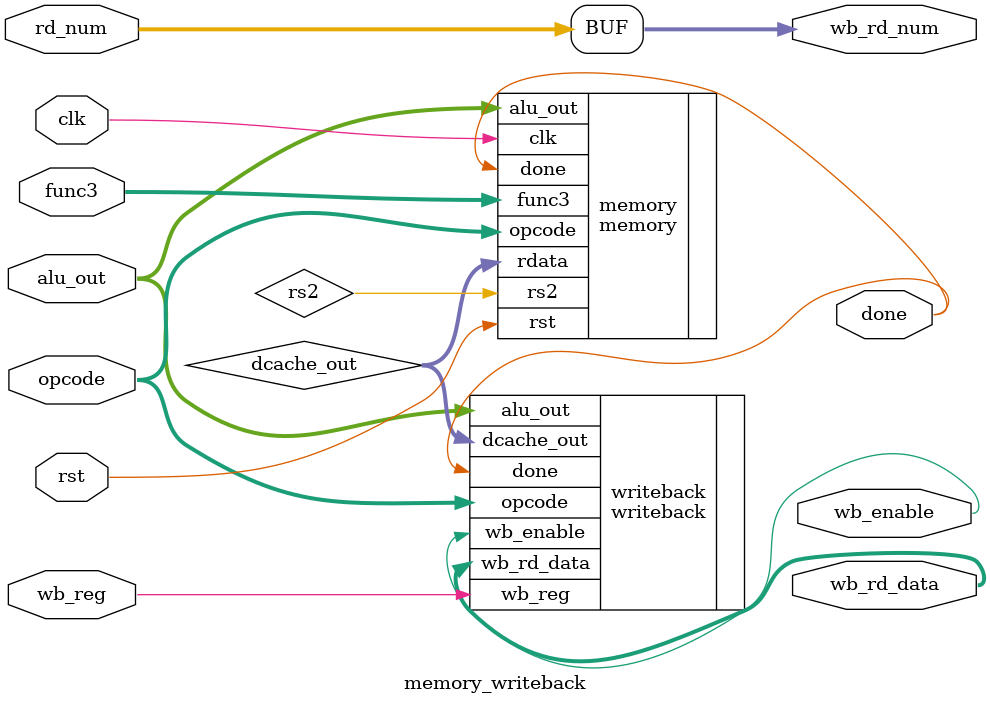
<source format=v>
module memory_writeback
(
	input clk,
	input rst,
	
	// from decode_execute
	input [6 : 0] opcode,
	input [2 : 0] func3,
	input wb_reg,
	input [4 : 0] rd_num,
	input [31 : 0] alu_out,

	// to regfile
	output wb_enable,
	output [4 : 0] wb_rd_num,
	output [31 : 0] wb_rd_data,

	// contoroller
	output done
);

	wire [6 : 0] opcode;
	wire [2 : 0] func3;
	wire [31 : 0] dcache_out;

	assign wb_rd_num = rd_num;

	memory memory (
		.clk(clk), .rst(rst),
		.opcode(opcode), .func3(func3), .alu_out(alu_out), .rs2(rs2),
		.rdata(dcache_out), .done(done)
	);

	writeback writeback (
		.opcode(opcode), 
		.alu_out(alu_out), .wb_reg(wb_reg),
		.dcache_out(dcache_out), .done(done),
		.wb_rd_data(wb_rd_data), .wb_enable(wb_enable)
	);


endmodule // memory_writeback

</source>
